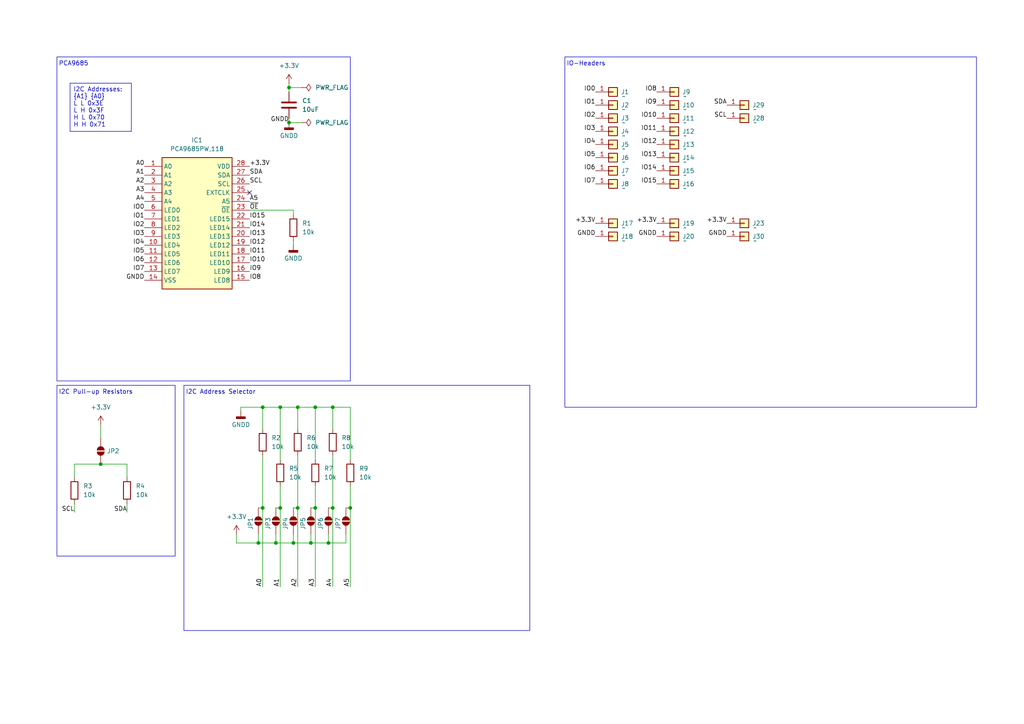
<source format=kicad_sch>
(kicad_sch (version 20231120) (generator "eeschema") (generator_version "8.0")
  (paper "A4")
  (title_block (title "Breakout board: IO-Expander based on PCA9685") (date "2024-06-09") (rev "1") (company "Thomas Fanninger"))
  (lib_symbols
    (symbol "Connector_Generic:Conn_01x01" (pin_names (offset 1.016) hide)
      (property "Reference" "J" (at 0 2.54 0))
      (property "Value" "Conn_01x01" (at 0 -2.54 0))
      (symbol "Conn_01x01_1_1"
        (rectangle (start -1.27 0.127) (end 0 -0.127) (stroke (width 0.1524)))
        (rectangle (start -1.27 1.27) (end 1.27 -1.27) (stroke (width 0.254)) (fill (type background)))
        (pin passive line (at -5.08 0 0) (length 3.81) (name "Pin_1") (number "1"))
      )
    )
    (symbol "Device:C" (pin_numbers hide) (pin_names (offset 0.254))
      (property "Reference" "C" (at 0.635 2.54 0))
      (property "Value" "C" (at 0.635 -2.54 0))
      (symbol "C_0_1"
        (polyline (pts (xy -2.032 -0.762) (xy 2.032 -0.762)) (stroke (width 0.508)))
        (polyline (pts (xy -2.032 0.762) (xy 2.032 0.762)) (stroke (width 0.508)))
      )
      (symbol "C_1_1"
        (pin passive line (at 0 3.81 270) (length 2.794) (name "~") (number "1"))
        (pin passive line (at 0 -3.81 90) (length 2.794) (name "~") (number "2"))
      )
    )
    (symbol "Device:R" (pin_numbers hide) (pin_names (offset 0))
      (property "Reference" "R" (at 2.032 0 90))
      (property "Value" "R" (at 0 0 90))
      (symbol "R_0_1"
        (rectangle (start -1.016 -2.54) (end 1.016 2.54) (stroke (width 0.254)))
      )
      (symbol "R_1_1"
        (pin passive line (at 0 3.81 270) (length 1.27) (name "~") (number "1"))
        (pin passive line (at 0 -3.81 90) (length 1.27) (name "~") (number "2"))
      )
    )
    (symbol "Jumper:SolderJumper_2_Open" (pin_numbers hide) (pin_names (offset 0) hide) (exclude_from_sim yes) (in_bom no)
      (property "Reference" "JP" (at 0 2.032 0))
      (property "Value" "SolderJumper_2_Open" (at 0 -2.54 0))
      (symbol "SolderJumper_2_Open_0_1"
        (arc (start -0.254 1.016) (mid -1.2656 0) (end -0.254 -1.016))
        (arc (start -0.254 1.016) (mid -1.2656 0) (end -0.254 -1.016) (fill (type outline)))
        (polyline (pts (xy -0.254 1.016) (xy -0.254 -1.016)))
        (polyline (pts (xy 0.254 1.016) (xy 0.254 -1.016)))
        (arc (start 0.254 -1.016) (mid 1.2656 0) (end 0.254 1.016))
        (arc (start 0.254 -1.016) (mid 1.2656 0) (end 0.254 1.016) (fill (type outline)))
      )
      (symbol "SolderJumper_2_Open_1_1"
        (pin passive line (at -3.81 0 0) (length 2.54) (name "A") (number "1"))
        (pin passive line (at 3.81 0 180) (length 2.54) (name "B") (number "2"))
      )
    )
    (symbol "PCA9685PW_118:PCA9685PW,118"
      (property "Reference" "IC" (at 26.67 7.62 0))
      (property "Value" "PCA9685PW,118" (at 26.67 5.08 0))
      (symbol "PCA9685PW,118_1_1"
        (rectangle (start 5.08 2.54) (end 25.4 -35.56) (stroke (width 0.254)) (fill (type background)))
        (pin passive line (at 0 0 0) (length 5.08) (name "A0") (number "1"))
        (pin passive line (at 0 -22.86 0) (length 5.08) (name "LED4") (number "10"))
        (pin passive line (at 0 -25.4 0) (length 5.08) (name "LED5") (number "11"))
        (pin passive line (at 0 -27.94 0) (length 5.08) (name "LED6") (number "12"))
        (pin passive line (at 0 -30.48 0) (length 5.08) (name "LED7") (number "13"))
        (pin passive line (at 0 -33.02 0) (length 5.08) (name "VSS") (number "14"))
        (pin passive line (at 30.48 -33.02 180) (length 5.08) (name "LED8") (number "15"))
        (pin passive line (at 30.48 -30.48 180) (length 5.08) (name "LED9") (number "16"))
        (pin passive line (at 30.48 -27.94 180) (length 5.08) (name "LED10") (number "17"))
        (pin passive line (at 30.48 -25.4 180) (length 5.08) (name "LED11") (number "18"))
        (pin passive line (at 30.48 -22.86 180) (length 5.08) (name "LED12") (number "19"))
        (pin passive line (at 0 -2.54 0) (length 5.08) (name "A1") (number "2"))
        (pin passive line (at 30.48 -20.32 180) (length 5.08) (name "LED13") (number "20"))
        (pin passive line (at 30.48 -17.78 180) (length 5.08) (name "LED14") (number "21"))
        (pin passive line (at 30.48 -15.24 180) (length 5.08) (name "LED15") (number "22"))
        (pin passive line (at 30.48 -12.7 180) (length 5.08) (name "~{OE}") (number "23"))
        (pin passive line (at 30.48 -10.16 180) (length 5.08) (name "A5") (number "24"))
        (pin passive line (at 30.48 -7.62 180) (length 5.08) (name "EXTCLK") (number "25"))
        (pin passive line (at 30.48 -5.08 180) (length 5.08) (name "SCL") (number "26"))
        (pin passive line (at 30.48 -2.54 180) (length 5.08) (name "SDA") (number "27"))
        (pin passive line (at 30.48 0 180) (length 5.08) (name "VDD") (number "28"))
        (pin passive line (at 0 -5.08 0) (length 5.08) (name "A2") (number "3"))
        (pin passive line (at 0 -7.62 0) (length 5.08) (name "A3") (number "4"))
        (pin passive line (at 0 -10.16 0) (length 5.08) (name "A4") (number "5"))
        (pin passive line (at 0 -12.7 0) (length 5.08) (name "LED0") (number "6"))
        (pin passive line (at 0 -15.24 0) (length 5.08) (name "LED1") (number "7"))
        (pin passive line (at 0 -17.78 0) (length 5.08) (name "LED2") (number "8"))
        (pin passive line (at 0 -20.32 0) (length 5.08) (name "LED3") (number "9"))
      )
    )
    (symbol "power:+3.3V" (power) (pin_numbers hide) (pin_names (offset 0) hide)
      (property "Value" "+3.3V" (at 0 3.556 0))
      (symbol "+3.3V_0_1"
        (polyline (pts (xy -0.762 1.27) (xy 0 2.54)))
        (polyline (pts (xy 0 0) (xy 0 2.54)))
        (polyline (pts (xy 0 2.54) (xy 0.762 1.27)))
      )
      (symbol "+3.3V_1_1"
        (pin power_in line (at 0 0 90) (length 0) (name "~") (number "1"))
      )
    )
    (symbol "power:GNDD" (power) (pin_numbers hide) (pin_names (offset 0) hide)
      (property "Value" "GNDD" (at 0 -3.175 0))
      (symbol "GNDD_0_1"
        (rectangle (start -1.27 -1.524) (end 1.27 -2.032) (stroke (width 0.254)) (fill (type outline)))
        (polyline (pts (xy 0 0) (xy 0 -1.524)))
      )
      (symbol "GNDD_1_1"
        (pin power_in line (at 0 0 270) (length 0) (name "~") (number "1"))
      )
    )
    (symbol "power:PWR_FLAG" (power) (pin_numbers hide) (pin_names (offset 0) hide)
      (property "Value" "PWR_FLAG" (at 0 3.81 0))
      (symbol "PWR_FLAG_0_0"
        (pin power_out line (at 0 0 90) (length 0) (name "~") (number "1"))
      )
      (symbol "PWR_FLAG_0_1"
        (polyline (pts (xy 0 0) (xy 0 1.27) (xy -1.016 1.905) (xy 0 2.54) (xy 1.016 1.905) (xy 0 1.27)))
      )
    )
  )
  (junction (at 80.01 157.48))
  (junction (at 86.36 147.32))
  (junction (at 95.25 157.48))
  (junction (at 29.21 134.62))
  (junction (at 83.82 25.4))
  (junction (at 90.17 157.48))
  (junction (at 86.36 118.11))
  (junction (at 81.28 147.32))
  (junction (at 96.52 147.32))
  (junction (at 101.6 147.32))
  (junction (at 76.2 118.11))
  (junction (at 91.44 118.11))
  (junction (at 85.09 157.48))
  (junction (at 91.44 147.32))
  (junction (at 76.2 147.32))
  (junction (at 83.82 35.56))
  (junction (at 96.52 118.11))
  (junction (at 74.93 157.48))
  (junction (at 81.28 118.11))
  (no_connect (at 72.39 55.88))
  (wire (pts (xy 91.44 147.32) (xy 91.44 170.18)))
  (wire (pts (xy 86.36 147.32) (xy 86.36 170.18)))
  (wire (pts (xy 74.93 157.48) (xy 80.01 157.48)))
  (wire (pts (xy 29.21 123.19) (xy 29.21 127)))
  (wire (pts (xy 96.52 132.08) (xy 96.52 147.32)))
  (wire (pts (xy 74.93 154.94) (xy 74.93 157.48)))
  (wire (pts (xy 83.82 25.4) (xy 83.82 26.67)))
  (wire (pts (xy 86.36 132.08) (xy 86.36 147.32)))
  (wire (pts (xy 86.36 118.11) (xy 91.44 118.11)))
  (wire (pts (xy 69.85 118.11) (xy 69.85 119.38)))
  (wire (pts (xy 80.01 147.32) (xy 81.28 147.32)))
  (wire (pts (xy 81.28 147.32) (xy 81.28 170.18)))
  (wire (pts (xy 83.82 24.13) (xy 83.82 25.4)))
  (wire (pts (xy 90.17 157.48) (xy 95.25 157.48)))
  (wire (pts (xy 80.01 157.48) (xy 85.09 157.48)))
  (wire (pts (xy 85.09 157.48) (xy 90.17 157.48)))
  (wire (pts (xy 76.2 118.11) (xy 76.2 124.46)))
  (wire (pts (xy 85.09 60.96) (xy 72.39 60.96)))
  (wire (pts (xy 76.2 132.08) (xy 76.2 147.32)))
  (wire (pts (xy 91.44 118.11) (xy 96.52 118.11)))
  (wire (pts (xy 76.2 147.32) (xy 76.2 170.18)))
  (wire (pts (xy 101.6 140.97) (xy 101.6 147.32)))
  (wire (pts (xy 68.58 157.48) (xy 74.93 157.48)))
  (wire (pts (xy 81.28 118.11) (xy 81.28 133.35)))
  (wire (pts (xy 85.09 147.32) (xy 86.36 147.32)))
  (wire (pts (xy 100.33 147.32) (xy 101.6 147.32)))
  (wire (pts (xy 21.59 134.62) (xy 29.21 134.62)))
  (wire (pts (xy 90.17 154.94) (xy 90.17 157.48)))
  (wire (pts (xy 101.6 147.32) (xy 101.6 170.18)))
  (wire (pts (xy 101.6 118.11) (xy 101.6 133.35)))
  (wire (pts (xy 21.59 146.05) (xy 21.59 148.59)))
  (wire (pts (xy 36.83 146.05) (xy 36.83 148.59)))
  (wire (pts (xy 96.52 147.32) (xy 96.52 170.18)))
  (wire (pts (xy 68.58 154.94) (xy 68.58 157.48)))
  (wire (pts (xy 83.82 25.4) (xy 87.63 25.4)))
  (wire (pts (xy 86.36 118.11) (xy 86.36 124.46)))
  (wire (pts (xy 90.17 147.32) (xy 91.44 147.32)))
  (wire (pts (xy 95.25 157.48) (xy 100.33 157.48)))
  (wire (pts (xy 81.28 118.11) (xy 86.36 118.11)))
  (wire (pts (xy 85.09 69.85) (xy 85.09 71.12)))
  (wire (pts (xy 100.33 157.48) (xy 100.33 154.94)))
  (wire (pts (xy 81.28 140.97) (xy 81.28 147.32)))
  (wire (pts (xy 29.21 134.62) (xy 36.83 134.62)))
  (wire (pts (xy 96.52 118.11) (xy 96.52 124.46)))
  (wire (pts (xy 83.82 34.29) (xy 83.82 35.56)))
  (wire (pts (xy 91.44 118.11) (xy 91.44 133.35)))
  (wire (pts (xy 85.09 62.23) (xy 85.09 60.96)))
  (wire (pts (xy 91.44 140.97) (xy 91.44 147.32)))
  (wire (pts (xy 95.25 154.94) (xy 95.25 157.48)))
  (wire (pts (xy 36.83 134.62) (xy 36.83 138.43)))
  (wire (pts (xy 76.2 118.11) (xy 81.28 118.11)))
  (wire (pts (xy 80.01 154.94) (xy 80.01 157.48)))
  (wire (pts (xy 69.85 118.11) (xy 76.2 118.11)))
  (wire (pts (xy 74.93 147.32) (xy 76.2 147.32)))
  (wire (pts (xy 83.82 35.56) (xy 87.63 35.56)))
  (wire (pts (xy 96.52 118.11) (xy 101.6 118.11)))
  (wire (pts (xy 21.59 138.43) (xy 21.59 134.62)))
  (wire (pts (xy 95.25 147.32) (xy 96.52 147.32)))
  (wire (pts (xy 85.09 154.94) (xy 85.09 157.48)))
  (rectangle (start 163.83 16.51) (end 283.21 118.11))
  (rectangle (start 16.51 16.51) (end 101.6 110.49))
  (rectangle (start 16.51 111.76) (end 50.8 161.29))
  (rectangle (start 53.34 111.76) (end 153.67 182.88))
  (text_box "I2C Addresses: \n{A1} {A0}\nL L 0x3E\nL H 0x3F\nH L 0x70\nH H 0x71" (at 20.32 24.13 0) (size 17.78 13.97) (effects (font (size 1.27 1.27)) (justify left top)))
  (text "IO-Headers" (at 164.338 18.542 0) (effects (font (size 1.27 1.27)) (justify left)))
  (text "I2C Address Selector" (at 53.848 113.792 0) (effects (font (size 1.27 1.27)) (justify left)))
  (text "I2C Pull-up Resistors" (at 17.018 113.792 0) (effects (font (size 1.27 1.27)) (justify left)))
  (text "PCA9685" (at 17.018 18.542 0) (effects (font (size 1.27 1.27)) (justify left)))
  (label "+3.3V" (at 72.39 48.26 0))
  (label "A4" (at 96.52 170.18 90))
  (label "IO9" (at 72.39 78.74 0))
  (label "IO2" (at 172.72 34.29 180))
  (label "SDA" (at 72.39 50.8 0))
  (label "IO1" (at 172.72 30.48 180))
  (label "A5" (at 72.39 58.42 0))
  (label "A5" (at 101.6 170.18 90))
  (label "+3.3V" (at 172.72 64.77 180))
  (label "IO14" (at 190.5 49.53 180))
  (label "A1" (at 41.91 50.8 180))
  (label "A3" (at 41.91 55.88 180))
  (label "IO3" (at 41.91 68.58 180))
  (label "GNDD" (at 41.91 81.28 180))
  (label "IO6" (at 172.72 49.53 180))
  (label "A0" (at 41.91 48.26 180))
  (label "IO6" (at 41.91 76.2 180))
  (label "IO4" (at 172.72 41.91 180))
  (label "IO10" (at 190.5 34.29 180))
  (label "A2" (at 41.91 53.34 180))
  (label "IO8" (at 72.39 81.28 0))
  (label "+3.3V" (at 210.82 64.77 180))
  (label "A2" (at 86.36 170.18 90))
  (label "SCL" (at 210.82 34.29 180))
  (label "IO15" (at 190.5 53.34 180))
  (label "A1" (at 81.28 170.18 90))
  (label "IO10" (at 72.39 76.2 0))
  (label "IO2" (at 41.91 66.04 180))
  (label "IO3" (at 172.72 38.1 180))
  (label "IO8" (at 190.5 26.67 180))
  (label "IO11" (at 190.5 38.1 180))
  (label "IO12" (at 190.5 41.91 180))
  (label "IO13" (at 72.39 68.58 0))
  (label "SCL" (at 21.59 148.59 180))
  (label "GNDD" (at 190.5 68.58 180))
  (label "SCL" (at 72.39 53.34 0))
  (label "IO14" (at 72.39 66.04 0))
  (label "IO5" (at 172.72 45.72 180))
  (label "IO5" (at 41.91 73.66 180))
  (label "SDA" (at 210.82 30.48 180))
  (label "A3" (at 91.44 170.18 90))
  (label "GNDD" (at 83.82 35.56 180))
  (label "IO1" (at 41.91 63.5 180))
  (label "IO4" (at 41.91 71.12 180))
  (label "GNDD" (at 210.82 68.58 180))
  (label "IO12" (at 72.39 71.12 0))
  (label "A4" (at 41.91 58.42 180))
  (label "+3.3V" (at 190.5 64.77 180))
  (label "IO0" (at 41.91 60.96 180))
  (label "IO7" (at 41.91 78.74 180))
  (label "IO0" (at 172.72 26.67 180))
  (label "GNDD" (at 172.72 68.58 180))
  (label "IO13" (at 190.5 45.72 180))
  (label "~{OE}" (at 72.39 60.96 0))
  (label "IO7" (at 172.72 53.34 180))
  (label "IO15" (at 72.39 63.5 0))
  (label "IO11" (at 72.39 73.66 0))
  (label "A0" (at 76.2 170.18 90))
  (label "IO9" (at 190.5 30.48 180))
  (label "SDA" (at 36.83 148.59 180))
  (symbol (lib_id "power:PWR_FLAG") (at 87.63 35.56 270) (unit 1)
    (property "Reference" "#FLG02" (effects (hide yes)))
    (property "Value" "PWR_FLAG" (at 91.44 35.5599 90) (effects (justify left)))
    (property "Description" "Special symbol for telling ERC where power comes from" (effects (hide yes)))
  )
  (symbol (lib_id "power:GNDD") (at 69.85 119.38 0) (unit 1)
    (property "Reference" "#PWR03" (effects (hide yes)))
    (property "Value" "GNDD" (at 69.85 123.19 0))
    (property "Description" "Power symbol creates a global label with name \"GNDD\" , digital ground" (effects (hide yes)))
  )
  (symbol (lib_id "Device:R") (at 96.52 128.27 180) (unit 1)
    (property "Reference" "R8" (at 99.06 126.9999 0) (effects (justify right)))
    (property "Value" "10k" (at 99.06 129.5399 0) (effects (justify right)))
    (property "Footprint" "Resistor_SMD:R_0402_1005Metric_Pad0.72x0.64mm_HandSolder" (effects (hide yes)))
    (property "Description" "Resistor, 10k, 0402 SMD" (effects (hide yes)))
    (property "AISLER_MPN" "Resistor, 10k, 0402 SMD" (effects (hide yes)))
  )
  (symbol (lib_id "Device:R") (at 86.36 128.27 180) (unit 1)
    (property "Reference" "R6" (at 88.9 126.9999 0) (effects (justify right)))
    (property "Value" "10k" (at 88.9 129.5399 0) (effects (justify right)))
    (property "Footprint" "Resistor_SMD:R_0402_1005Metric_Pad0.72x0.64mm_HandSolder" (effects (hide yes)))
    (property "Description" "Resistor, 10k, 0402 SMD" (effects (hide yes)))
    (property "AISLER_MPN" "Resistor, 10k, 0402 SMD" (effects (hide yes)))
  )
  (symbol (lib_id "Connector_Generic:Conn_01x01") (at 177.8 45.72 0) (unit 1) (in_bom no)
    (property "Reference" "J6" (at 180.086 45.72 0) (effects (justify left)))
    (property "Value" "~" (at 180.34 46.9899 0) (effects (justify left)))
    (property "Footprint" "Castellated_Holes:Castellated_Hole02" (effects (hide yes)))
    (property "Description" "Generic connector, single row, 01x01, script generated (kicad-library-utils/schlib/autogen/connector/)" (effects (hide yes)))
  )
  (symbol (lib_id "power:+3.3V") (at 68.58 154.94 0) (unit 1)
    (property "Reference" "#PWR06" (effects (hide yes)))
    (property "Value" "+3.3V" (at 68.58 149.86 0))
    (property "Description" "Power symbol creates a global label with name \"+3.3V\"" (effects (hide yes)))
  )
  (symbol (lib_id "Connector_Generic:Conn_01x01") (at 177.8 26.67 0) (unit 1) (in_bom no)
    (property "Reference" "J1" (at 180.086 26.67 0) (effects (justify left)))
    (property "Value" "~" (at 180.34 27.9399 0) (effects (justify left)))
    (property "Footprint" "Castellated_Holes:Castellated_Hole02" (effects (hide yes)))
    (property "Description" "Generic connector, single row, 01x01, script generated (kicad-library-utils/schlib/autogen/connector/)" (effects (hide yes)))
  )
  (symbol (lib_id "Connector_Generic:Conn_01x01") (at 177.8 64.77 0) (unit 1) (in_bom no)
    (property "Reference" "J17" (at 180.086 64.77 0) (effects (justify left)))
    (property "Value" "~" (at 180.34 66.0399 0) (effects (justify left)))
    (property "Footprint" "Castellated_Holes:Castellated_Hole02" (effects (hide yes)))
    (property "Description" "Generic connector, single row, 01x01, script generated (kicad-library-utils/schlib/autogen/connector/)" (effects (hide yes)))
  )
  (symbol (lib_id "Connector_Generic:Conn_01x01") (at 195.58 68.58 0) (unit 1) (in_bom no)
    (property "Reference" "J20" (at 197.866 68.58 0) (effects (justify left)))
    (property "Value" "~" (at 198.12 69.8499 0) (effects (justify left)))
    (property "Footprint" "Castellated_Holes:Castellated_Hole02" (effects (hide yes)))
    (property "Description" "Generic connector, single row, 01x01, script generated (kicad-library-utils/schlib/autogen/connector/)" (effects (hide yes)))
  )
  (symbol (lib_id "Device:R") (at 36.83 142.24 180) (unit 1)
    (property "Reference" "R4" (at 39.37 140.9699 0) (effects (justify right)))
    (property "Value" "10k" (at 39.37 143.5099 0) (effects (justify right)))
    (property "Footprint" "Resistor_SMD:R_0402_1005Metric_Pad0.72x0.64mm_HandSolder" (effects (hide yes)))
    (property "Description" "Resistor, 10k, 0402 SMD" (effects (hide yes)))
    (property "AISLER_MPN" "Resistor, 10k, 0402 SMD" (effects (hide yes)))
  )
  (symbol (lib_id "Connector_Generic:Conn_01x01") (at 195.58 49.53 0) (unit 1) (in_bom no)
    (property "Reference" "J15" (at 197.866 49.53 0) (effects (justify left)))
    (property "Value" "~" (at 198.12 50.7999 0) (effects (justify left)))
    (property "Footprint" "Castellated_Holes:Castellated_Hole02" (effects (hide yes)))
    (property "Description" "Generic connector, single row, 01x01, script generated (kicad-library-utils/schlib/autogen/connector/)" (effects (hide yes)))
  )
  (symbol (lib_id "Connector_Generic:Conn_01x01") (at 215.9 34.29 0) (unit 1) (in_bom no)
    (property "Reference" "J28" (at 218.186 34.29 0) (effects (justify left)))
    (property "Value" "~" (at 218.44 35.5599 0) (effects (justify left)))
    (property "Footprint" "Castellated_Holes:Castellated_Hole02" (effects (hide yes)))
    (property "Description" "Generic connector, single row, 01x01, script generated (kicad-library-utils/schlib/autogen/connector/)" (effects (hide yes)))
  )
  (symbol (lib_id "Connector_Generic:Conn_01x01") (at 177.8 49.53 0) (unit 1) (in_bom no)
    (property "Reference" "J7" (at 180.086 49.53 0) (effects (justify left)))
    (property "Value" "~" (at 180.34 50.7999 0) (effects (justify left)))
    (property "Footprint" "Castellated_Holes:Castellated_Hole02" (effects (hide yes)))
    (property "Description" "Generic connector, single row, 01x01, script generated (kicad-library-utils/schlib/autogen/connector/)" (effects (hide yes)))
  )
  (symbol (lib_id "Connector_Generic:Conn_01x01") (at 177.8 30.48 0) (unit 1) (in_bom no)
    (property "Reference" "J2" (at 180.086 30.48 0) (effects (justify left)))
    (property "Value" "~" (at 180.34 31.7499 0) (effects (justify left)))
    (property "Footprint" "Castellated_Holes:Castellated_Hole02" (effects (hide yes)))
    (property "Description" "Generic connector, single row, 01x01, script generated (kicad-library-utils/schlib/autogen/connector/)" (effects (hide yes)))
  )
  (symbol (lib_id "Connector_Generic:Conn_01x01") (at 177.8 53.34 0) (unit 1) (in_bom no)
    (property "Reference" "J8" (at 180.086 53.34 0) (effects (justify left)))
    (property "Value" "~" (at 180.34 54.6099 0) (effects (justify left)))
    (property "Footprint" "Castellated_Holes:Castellated_Hole02" (effects (hide yes)))
    (property "Description" "Generic connector, single row, 01x01, script generated (kicad-library-utils/schlib/autogen/connector/)" (effects (hide yes)))
  )
  (symbol (lib_id "power:GNDD") (at 85.09 71.12 0) (unit 1)
    (property "Reference" "#PWR04" (effects (hide yes)))
    (property "Value" "GNDD" (at 85.09 74.93 0))
    (property "Description" "Power symbol creates a global label with name \"GNDD\" , digital ground" (effects (hide yes)))
  )
  (symbol (lib_id "power:+3.3V") (at 29.21 123.19 0) (unit 1)
    (property "Reference" "#PWR05" (effects (hide yes)))
    (property "Value" "+3.3V" (at 29.21 118.11 0))
    (property "Description" "Power symbol creates a global label with name \"+3.3V\"" (effects (hide yes)))
  )
  (symbol (lib_id "Device:C") (at 83.82 30.48 0) (unit 1)
    (property "Reference" "C1" (at 87.63 29.2099 0) (effects (justify left)))
    (property "Value" "10uF" (at 87.63 31.7499 0) (effects (justify left)))
    (property "Footprint" "Capacitor_SMD:C_0402_1005Metric_Pad0.74x0.62mm_HandSolder" (effects (hide yes)))
    (property "Description" "Capacitor, 10uF, 0402 SMD" (effects (hide yes)))
    (property "AISLER_MPN" "Capacitor, 10uF, 0402 SMD" (effects (hide yes)))
  )
  (symbol (lib_id "Connector_Generic:Conn_01x01") (at 215.9 64.77 0) (unit 1) (in_bom no)
    (property "Reference" "J23" (at 218.186 64.77 0) (effects (justify left)))
    (property "Value" "~" (at 218.44 66.0399 0) (effects (justify left)))
    (property "Footprint" "Castellated_Holes:Castellated_Hole02" (effects (hide yes)))
    (property "Description" "Generic connector, single row, 01x01, script generated (kicad-library-utils/schlib/autogen/connector/)" (effects (hide yes)))
  )
  (symbol (lib_id "Device:R") (at 81.28 137.16 180) (unit 1)
    (property "Reference" "R5" (at 83.82 135.8899 0) (effects (justify right)))
    (property "Value" "10k" (at 83.82 138.4299 0) (effects (justify right)))
    (property "Footprint" "Resistor_SMD:R_0402_1005Metric_Pad0.72x0.64mm_HandSolder" (effects (hide yes)))
    (property "Description" "Resistor, 10k, 0402 SMD" (effects (hide yes)))
    (property "AISLER_MPN" "Resistor, 10k, 0402 SMD" (effects (hide yes)))
  )
  (symbol (lib_id "Jumper:SolderJumper_2_Open") (at 90.17 151.13 270) (unit 1) (exclude_from_sim yes) (in_bom no)
    (property "Reference" "JP5" (at 87.884 153.67 0) (effects (justify right)))
    (property "Value" "SolderJumper_2_Open" (effects (hide yes)))
    (property "Footprint" "Jumper:SolderJumper-2_P1.3mm_Open_TrianglePad1.0x1.5mm" (effects (hide yes)))
    (property "Description" "Solder Jumper, 2-pole, open" (effects (hide yes)))
  )
  (symbol (lib_id "Device:R") (at 101.6 137.16 180) (unit 1)
    (property "Reference" "R9" (at 104.14 135.8899 0) (effects (justify right)))
    (property "Value" "10k" (at 104.14 138.4299 0) (effects (justify right)))
    (property "Footprint" "Resistor_SMD:R_0402_1005Metric_Pad0.72x0.64mm_HandSolder" (effects (hide yes)))
    (property "Description" "Resistor, 10k, 0402 SMD" (effects (hide yes)))
    (property "AISLER_MPN" "Resistor, 10k, 0402 SMD" (effects (hide yes)))
  )
  (symbol (lib_id "power:PWR_FLAG") (at 87.63 25.4 270) (unit 1)
    (property "Reference" "#FLG01" (effects (hide yes)))
    (property "Value" "PWR_FLAG" (at 91.44 25.3999 90) (effects (justify left)))
    (property "Description" "Special symbol for telling ERC where power comes from" (effects (hide yes)))
  )
  (symbol (lib_id "Connector_Generic:Conn_01x01") (at 177.8 41.91 0) (unit 1) (in_bom no)
    (property "Reference" "J5" (at 180.086 41.91 0) (effects (justify left)))
    (property "Value" "~" (at 180.34 43.1799 0) (effects (justify left)))
    (property "Footprint" "Castellated_Holes:Castellated_Hole02" (effects (hide yes)))
    (property "Description" "Generic connector, single row, 01x01, script generated (kicad-library-utils/schlib/autogen/connector/)" (effects (hide yes)))
  )
  (symbol (lib_id "Connector_Generic:Conn_01x01") (at 177.8 38.1 0) (unit 1) (in_bom no)
    (property "Reference" "J4" (at 180.086 38.1 0) (effects (justify left)))
    (property "Value" "~" (at 180.34 39.3699 0) (effects (justify left)))
    (property "Footprint" "Castellated_Holes:Castellated_Hole02" (effects (hide yes)))
    (property "Description" "Generic connector, single row, 01x01, script generated (kicad-library-utils/schlib/autogen/connector/)" (effects (hide yes)))
  )
  (symbol (lib_id "Connector_Generic:Conn_01x01") (at 215.9 30.48 0) (unit 1) (in_bom no)
    (property "Reference" "J29" (at 218.186 30.48 0) (effects (justify left)))
    (property "Value" "~" (at 218.44 31.7499 0) (effects (justify left)))
    (property "Footprint" "Castellated_Holes:Castellated_Hole02" (effects (hide yes)))
    (property "Description" "Generic connector, single row, 01x01, script generated (kicad-library-utils/schlib/autogen/connector/)" (effects (hide yes)))
  )
  (symbol (lib_id "power:GNDD") (at 83.82 35.56 0) (unit 1)
    (property "Reference" "#PWR01" (effects (hide yes)))
    (property "Value" "GNDD" (at 83.82 39.37 0))
    (property "Description" "Power symbol creates a global label with name \"GNDD\" , digital ground" (effects (hide yes)))
  )
  (symbol (lib_id "Connector_Generic:Conn_01x01") (at 195.58 34.29 0) (unit 1) (in_bom no)
    (property "Reference" "J11" (at 197.866 34.29 0) (effects (justify left)))
    (property "Value" "~" (at 198.12 35.5599 0) (effects (justify left)))
    (property "Footprint" "Castellated_Holes:Castellated_Hole02" (effects (hide yes)))
    (property "Description" "Generic connector, single row, 01x01, script generated (kicad-library-utils/schlib/autogen/connector/)" (effects (hide yes)))
  )
  (symbol (lib_id "Connector_Generic:Conn_01x01") (at 195.58 26.67 0) (unit 1) (in_bom no)
    (property "Reference" "J9" (at 197.866 26.67 0) (effects (justify left)))
    (property "Value" "~" (at 198.12 27.9399 0) (effects (justify left)))
    (property "Footprint" "Castellated_Holes:Castellated_Hole02" (effects (hide yes)))
    (property "Description" "Generic connector, single row, 01x01, script generated (kicad-library-utils/schlib/autogen/connector/)" (effects (hide yes)))
  )
  (symbol (lib_id "Connector_Generic:Conn_01x01") (at 195.58 53.34 0) (unit 1) (in_bom no)
    (property "Reference" "J16" (at 197.866 53.34 0) (effects (justify left)))
    (property "Value" "~" (at 198.12 54.6099 0) (effects (justify left)))
    (property "Footprint" "Castellated_Holes:Castellated_Hole02" (effects (hide yes)))
    (property "Description" "Generic connector, single row, 01x01, script generated (kicad-library-utils/schlib/autogen/connector/)" (effects (hide yes)))
  )
  (symbol (lib_id "Jumper:SolderJumper_2_Open") (at 80.01 151.13 270) (unit 1) (exclude_from_sim yes) (in_bom no)
    (property "Reference" "JP3" (at 77.724 153.67 0) (effects (justify right)))
    (property "Value" "SolderJumper_2_Open" (effects (hide yes)))
    (property "Footprint" "Jumper:SolderJumper-2_P1.3mm_Open_TrianglePad1.0x1.5mm" (effects (hide yes)))
    (property "Description" "Solder Jumper, 2-pole, open" (effects (hide yes)))
  )
  (symbol (lib_id "power:+3.3V") (at 83.82 24.13 0) (unit 1)
    (property "Reference" "#PWR02" (effects (hide yes)))
    (property "Value" "+3.3V" (at 83.82 19.05 0))
    (property "Description" "Power symbol creates a global label with name \"+3.3V\"" (effects (hide yes)))
  )
  (symbol (lib_id "Connector_Generic:Conn_01x01") (at 195.58 41.91 0) (unit 1) (in_bom no)
    (property "Reference" "J13" (at 197.866 41.91 0) (effects (justify left)))
    (property "Value" "~" (at 198.12 43.1799 0) (effects (justify left)))
    (property "Footprint" "Castellated_Holes:Castellated_Hole02" (effects (hide yes)))
    (property "Description" "Generic connector, single row, 01x01, script generated (kicad-library-utils/schlib/autogen/connector/)" (effects (hide yes)))
  )
  (symbol (lib_id "Jumper:SolderJumper_2_Open") (at 74.93 151.13 270) (unit 1) (exclude_from_sim yes) (in_bom no)
    (property "Reference" "JP1" (at 72.644 153.67 0) (effects (justify right)))
    (property "Value" "SolderJumper_2_Open" (effects (hide yes)))
    (property "Footprint" "Jumper:SolderJumper-2_P1.3mm_Open_TrianglePad1.0x1.5mm" (effects (hide yes)))
    (property "Description" "Solder Jumper, 2-pole, open" (effects (hide yes)))
  )
  (symbol (lib_id "Connector_Generic:Conn_01x01") (at 215.9 68.58 0) (unit 1) (in_bom no)
    (property "Reference" "J30" (at 218.186 68.58 0) (effects (justify left)))
    (property "Value" "~" (at 218.44 69.8499 0) (effects (justify left)))
    (property "Footprint" "Castellated_Holes:Castellated_Hole02" (effects (hide yes)))
    (property "Description" "Generic connector, single row, 01x01, script generated (kicad-library-utils/schlib/autogen/connector/)" (effects (hide yes)))
  )
  (symbol (lib_id "Connector_Generic:Conn_01x01") (at 195.58 64.77 0) (unit 1) (in_bom no)
    (property "Reference" "J19" (at 197.866 64.77 0) (effects (justify left)))
    (property "Value" "~" (at 198.12 66.0399 0) (effects (justify left)))
    (property "Footprint" "Castellated_Holes:Castellated_Hole02" (effects (hide yes)))
    (property "Description" "Generic connector, single row, 01x01, script generated (kicad-library-utils/schlib/autogen/connector/)" (effects (hide yes)))
  )
  (symbol (lib_id "Jumper:SolderJumper_2_Open") (at 95.25 151.13 270) (unit 1) (exclude_from_sim yes) (in_bom no)
    (property "Reference" "JP6" (at 92.964 153.67 0) (effects (justify right)))
    (property "Value" "SolderJumper_2_Open" (effects (hide yes)))
    (property "Footprint" "Jumper:SolderJumper-2_P1.3mm_Open_TrianglePad1.0x1.5mm" (effects (hide yes)))
    (property "Description" "Solder Jumper, 2-pole, open" (effects (hide yes)))
  )
  (symbol (lib_id "Jumper:SolderJumper_2_Open") (at 100.33 151.13 270) (unit 1) (exclude_from_sim yes) (in_bom no)
    (property "Reference" "JP7" (at 98.044 153.67 0) (effects (justify right)))
    (property "Value" "SolderJumper_2_Open" (effects (hide yes)))
    (property "Footprint" "Jumper:SolderJumper-2_P1.3mm_Open_TrianglePad1.0x1.5mm" (effects (hide yes)))
    (property "Description" "Solder Jumper, 2-pole, open" (effects (hide yes)))
  )
  (symbol (lib_id "Device:R") (at 91.44 137.16 180) (unit 1)
    (property "Reference" "R7" (at 93.98 135.8899 0) (effects (justify right)))
    (property "Value" "10k" (at 93.98 138.4299 0) (effects (justify right)))
    (property "Footprint" "Resistor_SMD:R_0402_1005Metric_Pad0.72x0.64mm_HandSolder" (effects (hide yes)))
    (property "Description" "Resistor, 10k, 0402 SMD" (effects (hide yes)))
    (property "AISLER_MPN" "Resistor, 10k, 0402 SMD" (effects (hide yes)))
  )
  (symbol (lib_id "Connector_Generic:Conn_01x01") (at 177.8 68.58 0) (unit 1) (in_bom no)
    (property "Reference" "J18" (at 180.086 68.58 0) (effects (justify left)))
    (property "Value" "~" (at 180.34 69.8499 0) (effects (justify left)))
    (property "Footprint" "Castellated_Holes:Castellated_Hole02" (effects (hide yes)))
    (property "Description" "Generic connector, single row, 01x01, script generated (kicad-library-utils/schlib/autogen/connector/)" (effects (hide yes)))
  )
  (symbol (lib_id "Connector_Generic:Conn_01x01") (at 195.58 30.48 0) (unit 1) (in_bom no)
    (property "Reference" "J10" (at 197.866 30.48 0) (effects (justify left)))
    (property "Value" "~" (at 198.12 31.7499 0) (effects (justify left)))
    (property "Footprint" "Castellated_Holes:Castellated_Hole02" (effects (hide yes)))
    (property "Description" "Generic connector, single row, 01x01, script generated (kicad-library-utils/schlib/autogen/connector/)" (effects (hide yes)))
  )
  (symbol (lib_id "Connector_Generic:Conn_01x01") (at 195.58 38.1 0) (unit 1) (in_bom no)
    (property "Reference" "J12" (at 197.866 38.1 0) (effects (justify left)))
    (property "Value" "~" (at 198.12 39.3699 0) (effects (justify left)))
    (property "Footprint" "Castellated_Holes:Castellated_Hole02" (effects (hide yes)))
    (property "Description" "Generic connector, single row, 01x01, script generated (kicad-library-utils/schlib/autogen/connector/)" (effects (hide yes)))
  )
  (symbol (lib_id "Connector_Generic:Conn_01x01") (at 195.58 45.72 0) (unit 1) (in_bom no)
    (property "Reference" "J14" (at 197.866 45.72 0) (effects (justify left)))
    (property "Value" "~" (at 198.12 46.9899 0) (effects (justify left)))
    (property "Footprint" "Castellated_Holes:Castellated_Hole02" (effects (hide yes)))
    (property "Description" "Generic connector, single row, 01x01, script generated (kicad-library-utils/schlib/autogen/connector/)" (effects (hide yes)))
  )
  (symbol (lib_id "PCA9685PW_118:PCA9685PW,118") (at 41.91 48.26 0) (unit 1)
    (property "Reference" "IC1" (at 57.15 40.64 0))
    (property "Value" "PCA9685PW,118" (at 57.15 43.18 0))
    (property "Footprint" "library:SOP65P640X110-28N" (effects (hide yes)))
    (property "Datasheet" "http://www.nxp.com/docs/en/data-sheet/PCA9685.pdf" (effects (hide yes)))
    (property "Description" "PCA9685PW,118" (effects (hide yes)))
    (property "Height" "1.1" (effects (hide yes)))
    (property "Mouser Part Number" "771-PCA9685PW,118" (effects (hide yes)))
    (property "Mouser Price/Stock" "https://www.mouser.co.uk/ProductDetail/NXP-Semiconductors/PCA9685PW118?qs=6YAT8rHPFU%252BtfwwKq4nwEQ%3D%3D" (effects (hide yes)))
    (property "Manufacturer_Name" "NXP" (effects (hide yes)))
    (property "Manufacturer_Part_Number" "PCA9685PW,118" (effects (hide yes)))
    (property "AISLER_MPN" "PCA9685PW,118" (effects (hide yes)))
    (property "LCSC#" "C2678753" (effects (hide yes)))
  )
  (symbol (lib_id "Jumper:SolderJumper_2_Open") (at 29.21 130.81 90) (unit 1) (exclude_from_sim yes) (in_bom no)
    (property "Reference" "JP2" (at 30.988 130.81 90) (effects (justify right)))
    (property "Value" "SolderJumper_2_Open" (effects (hide yes)))
    (property "Footprint" "Jumper:SolderJumper-2_P1.3mm_Open_TrianglePad1.0x1.5mm" (effects (hide yes)))
    (property "Description" "Solder Jumper, 2-pole, open" (effects (hide yes)))
  )
  (symbol (lib_id "Device:R") (at 85.09 66.04 180) (unit 1)
    (property "Reference" "R1" (at 87.63 64.7699 0) (effects (justify right)))
    (property "Value" "10k" (at 87.63 67.3099 0) (effects (justify right)))
    (property "Footprint" "Resistor_SMD:R_0402_1005Metric_Pad0.72x0.64mm_HandSolder" (effects (hide yes)))
    (property "Description" "Resistor, 10k, 0402 SMD" (effects (hide yes)))
    (property "AISLER_MPN" "Resistor, 10k, 0402 SMD" (effects (hide yes)))
  )
  (symbol (lib_id "Device:R") (at 21.59 142.24 180) (unit 1)
    (property "Reference" "R3" (at 24.13 140.9699 0) (effects (justify right)))
    (property "Value" "10k" (at 24.13 143.5099 0) (effects (justify right)))
    (property "Footprint" "Resistor_SMD:R_0402_1005Metric_Pad0.72x0.64mm_HandSolder" (effects (hide yes)))
    (property "Description" "Resistor, 10k, 0402 SMD" (effects (hide yes)))
    (property "AISLER_MPN" "Resistor, 10k, 0402 SMD" (effects (hide yes)))
  )
  (symbol (lib_id "Device:R") (at 76.2 128.27 180) (unit 1)
    (property "Reference" "R2" (at 78.74 126.9999 0) (effects (justify right)))
    (property "Value" "10k" (at 78.74 129.5399 0) (effects (justify right)))
    (property "Footprint" "Resistor_SMD:R_0402_1005Metric_Pad0.72x0.64mm_HandSolder" (effects (hide yes)))
    (property "Description" "Resistor, 10k, 0402 SMD" (effects (hide yes)))
    (property "AISLER_MPN" "Resistor, 10k, 0402 SMD" (effects (hide yes)))
  )
  (symbol (lib_id "Connector_Generic:Conn_01x01") (at 177.8 34.29 0) (unit 1) (in_bom no)
    (property "Reference" "J3" (at 180.086 34.29 0) (effects (justify left)))
    (property "Value" "~" (at 180.34 35.5599 0) (effects (justify left)))
    (property "Footprint" "Castellated_Holes:Castellated_Hole02" (effects (hide yes)))
    (property "Description" "Generic connector, single row, 01x01, script generated (kicad-library-utils/schlib/autogen/connector/)" (effects (hide yes)))
  )
  (symbol (lib_id "Jumper:SolderJumper_2_Open") (at 85.09 151.13 270) (unit 1) (exclude_from_sim yes) (in_bom no)
    (property "Reference" "JP4" (at 82.804 153.67 0) (effects (justify right)))
    (property "Value" "SolderJumper_2_Open" (effects (hide yes)))
    (property "Footprint" "Jumper:SolderJumper-2_P1.3mm_Open_TrianglePad1.0x1.5mm" (effects (hide yes)))
    (property "Description" "Solder Jumper, 2-pole, open" (effects (hide yes)))
  )
)
</source>
